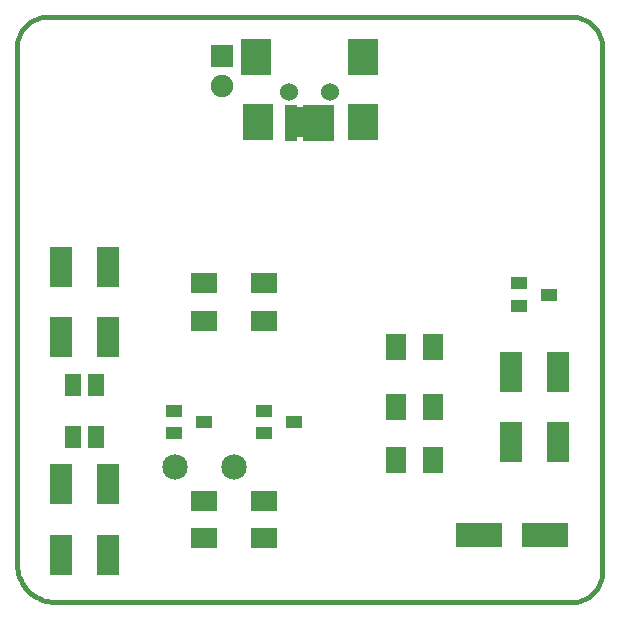
<source format=gts>
G04 (created by PCBNEW-RS274X (2011-05-25)-stable) date Sun 24 Mar 2013 20:47:49 CET*
G01*
G70*
G90*
%MOIN*%
G04 Gerber Fmt 3.4, Leading zero omitted, Abs format*
%FSLAX34Y34*%
G04 APERTURE LIST*
%ADD10C,0.006000*%
%ADD11C,0.015000*%
%ADD12R,0.055000X0.075000*%
%ADD13R,0.067200X0.090900*%
%ADD14R,0.039600X0.120000*%
%ADD15R,0.098700X0.118400*%
%ADD16R,0.037000X0.100000*%
%ADD17C,0.060000*%
%ADD18R,0.157700X0.082900*%
%ADD19R,0.075100X0.134200*%
%ADD20R,0.055000X0.044000*%
%ADD21R,0.075000X0.075000*%
%ADD22C,0.075000*%
%ADD23R,0.090900X0.067200*%
%ADD24C,0.085000*%
G04 APERTURE END LIST*
G54D10*
G54D11*
X67250Y-28250D02*
X49750Y-28250D01*
X68250Y-46750D02*
X68250Y-29250D01*
X68250Y-29250D02*
X68246Y-29163D01*
X68234Y-29077D01*
X68215Y-28992D01*
X68189Y-28908D01*
X68156Y-28828D01*
X68116Y-28751D01*
X68069Y-28677D01*
X68016Y-28608D01*
X67957Y-28543D01*
X67892Y-28484D01*
X67823Y-28431D01*
X67750Y-28384D01*
X67672Y-28344D01*
X67592Y-28311D01*
X67508Y-28285D01*
X67423Y-28266D01*
X67337Y-28254D01*
X67250Y-28250D01*
X50000Y-47750D02*
X67250Y-47750D01*
X48750Y-46500D02*
X48750Y-29250D01*
X48750Y-46500D02*
X48755Y-46608D01*
X48769Y-46717D01*
X48793Y-46823D01*
X48826Y-46927D01*
X48868Y-47028D01*
X48918Y-47124D01*
X48977Y-47216D01*
X49043Y-47303D01*
X49117Y-47383D01*
X49197Y-47457D01*
X49284Y-47523D01*
X49376Y-47582D01*
X49472Y-47632D01*
X49573Y-47674D01*
X49677Y-47707D01*
X49783Y-47731D01*
X49892Y-47745D01*
X50000Y-47750D01*
X67250Y-47750D02*
X67337Y-47746D01*
X67423Y-47734D01*
X67508Y-47715D01*
X67592Y-47689D01*
X67672Y-47656D01*
X67750Y-47616D01*
X67823Y-47569D01*
X67892Y-47516D01*
X67957Y-47457D01*
X68016Y-47392D01*
X68069Y-47323D01*
X68116Y-47249D01*
X68156Y-47172D01*
X68189Y-47092D01*
X68215Y-47008D01*
X68234Y-46923D01*
X68246Y-46837D01*
X68250Y-46750D01*
X49750Y-28250D02*
X49663Y-28254D01*
X49577Y-28266D01*
X49492Y-28285D01*
X49408Y-28311D01*
X49328Y-28344D01*
X49251Y-28384D01*
X49177Y-28431D01*
X49108Y-28484D01*
X49043Y-28543D01*
X48984Y-28608D01*
X48931Y-28677D01*
X48884Y-28751D01*
X48844Y-28828D01*
X48811Y-28908D01*
X48785Y-28992D01*
X48766Y-29077D01*
X48754Y-29163D01*
X48750Y-29250D01*
G54D12*
X50625Y-42250D03*
X51375Y-42250D03*
X50625Y-40500D03*
X51375Y-40500D03*
G54D13*
X62630Y-39250D03*
X61370Y-39250D03*
G54D14*
X58500Y-31774D03*
X58814Y-31774D03*
X57871Y-31774D03*
G54D15*
X60271Y-29569D03*
X60271Y-31734D03*
X56729Y-29569D03*
X56768Y-31734D03*
G54D16*
X58186Y-31750D03*
G54D17*
X59189Y-30750D03*
X57811Y-30750D03*
G54D14*
X59129Y-31774D03*
G54D18*
X66352Y-45500D03*
X64148Y-45500D03*
G54D19*
X50213Y-43819D03*
X51787Y-43819D03*
X50213Y-46181D03*
X51787Y-46181D03*
X50213Y-36569D03*
X51787Y-36569D03*
X50213Y-38931D03*
X51787Y-38931D03*
X65213Y-40069D03*
X66787Y-40069D03*
X65213Y-42431D03*
X66787Y-42431D03*
G54D20*
X54000Y-42125D03*
X54000Y-41375D03*
X55000Y-41750D03*
X65500Y-37875D03*
X65500Y-37125D03*
X66500Y-37500D03*
X57000Y-42125D03*
X57000Y-41375D03*
X58000Y-41750D03*
G54D21*
X55600Y-29550D03*
G54D22*
X55600Y-30550D03*
G54D13*
X62630Y-43000D03*
X61370Y-43000D03*
X62630Y-41250D03*
X61370Y-41250D03*
G54D23*
X57000Y-38380D03*
X57000Y-37120D03*
X57000Y-44370D03*
X57000Y-45630D03*
X55000Y-37120D03*
X55000Y-38380D03*
X55000Y-44370D03*
X55000Y-45630D03*
G54D24*
X54016Y-43250D03*
X55984Y-43250D03*
M02*

</source>
